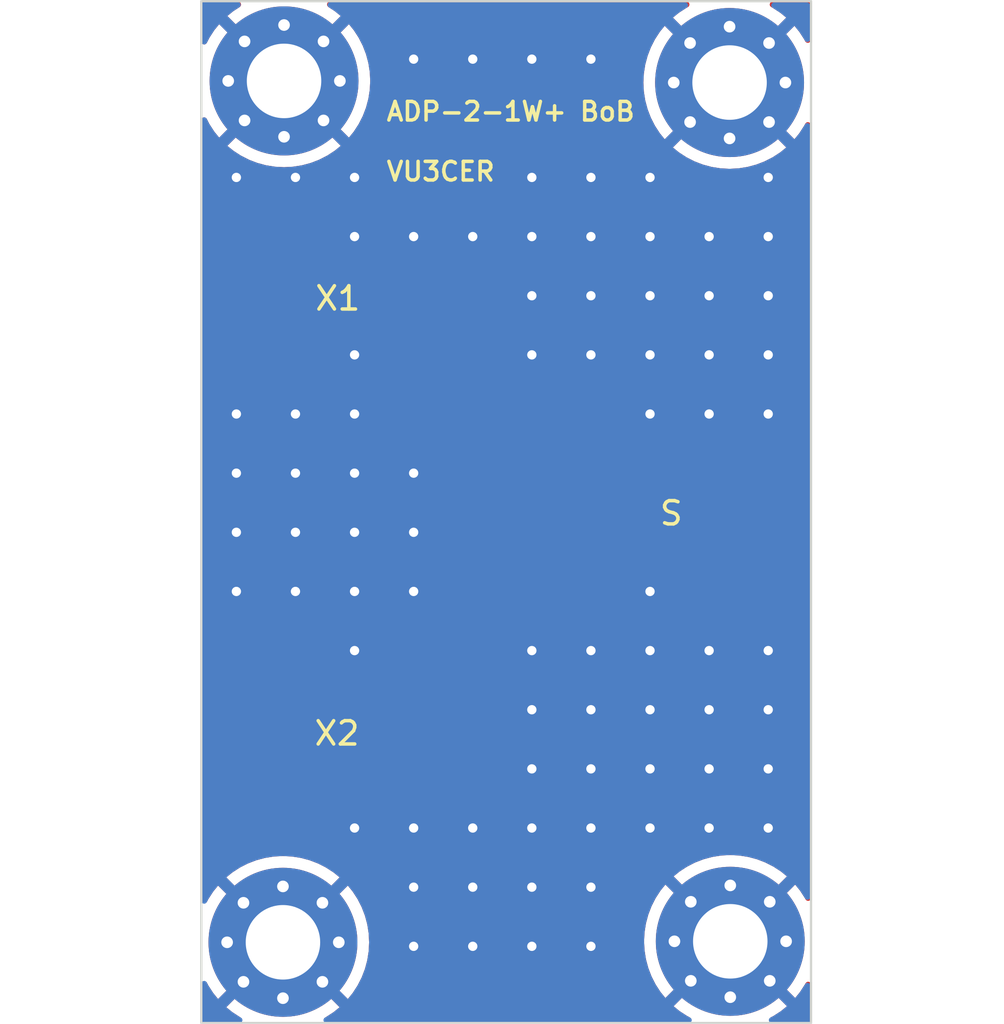
<source format=kicad_pcb>
(kicad_pcb (version 20221018) (generator pcbnew)
  (layers (0 "F.Cu" signal) (31 "B.Cu" signal) (34 "B.Paste" user) (35 "F.Paste" user) (36 "B.SilkS" user "B.Silkscreen") (37 "F.SilkS" user "F.Silkscreen") (38 "B.Mask" user) (39 "F.Mask" user) (44 "Edge.Cuts" user))
  (net 0 "")
  (net 1 "GND")
  (net 2 "Net-(SMA3-In)")
  (net 3 "Net-(SMA2-In)")
  (net 4 "Net-(SMA1-In)")
  (footprint "footprints:SMA_EDGELAUNCH_Modded" (layer "F.Cu") (at 110.52 105.7 180)
    (fp_text reference "SMA3" hide)
    (fp_text value "S" (at 4.42 -0.02) (layer "F.SilkS") (effects (justify right)))
    (pad "1" smd rect (at 2.032 0 270) (size 1.27 4.064) (layers "F.Cu" "F.Mask") (net 2 "Net-(SMA3-In)"))
    (pad "2" smd rect (at 2.032 -2.54 270) (size 1.524 4.064) (layers "F.Cu" "F.Mask") (net 1 "GND"))
    (pad "2" smd rect (at 2.032 2.54 270) (size 1.524 4.064) (layers "F.Cu" "F.Mask") (net 1 "GND"))
  )
  (footprint "footprints:SMA_EDGELAUNCH_Modded" (layer "F.Cu") (at 85.99 96.45)
    (fp_text reference "SMA1" hide)
    (fp_text value "X1" (at 6.25 0.04 180) (layer "F.SilkS") (effects (justify right)))
    (pad "1" smd rect (at 2.032 0 90) (size 1.27 4.064) (layers "F.Cu" "F.Mask") (net 4 "Net-(SMA1-In)"))
    (pad "2" smd rect (at 2.032 -2.54 90) (size 1.524 4.064) (layers "F.Cu" "F.Mask") (net 1 "GND"))
    (pad "2" smd rect (at 2.032 2.54 90) (size 1.524 4.064) (layers "F.Cu" "F.Mask") (net 1 "GND"))
  )
  (footprint "footprints:MC-CDXXX-Modded" (layer "F.Cu") (at 100.22 105.69 -90)
    (fp_text reference "U1" hide)
    (fp_text value "ADP-2-1W+" hide)
    (pad "1" smd rect (at -2.54 -2.54 270) (size 2.54 1.651) (layers "F.Cu" "F.Paste" "F.Mask") (net 2 "Net-(SMA3-In)"))
    (pad "2" smd rect (at -2.54 0 270) (size 2.54 1.651) (layers "F.Cu" "F.Paste" "F.Mask"))
    (pad "3" smd rect (at -2.54 2.54 270) (size 2.54 1.651) (layers "F.Cu" "F.Paste" "F.Mask") (net 4 "Net-(SMA1-In)"))
    (pad "4" smd rect (at 2.54 2.54 270) (size 2.54 1.651) (layers "F.Cu" "F.Paste" "F.Mask") (net 3 "Net-(SMA2-In)"))
    (pad "5" smd rect (at 2.54 0 270) (size 2.54 1.651) (layers "F.Cu" "F.Paste" "F.Mask"))
    (pad "6" smd rect (at 2.54 -2.54 270) (size 2.54 1.651) (layers "F.Cu" "F.Paste" "F.Mask") (net 1 "GND"))
  )
  (footprint "MountingHole:MountingHole_3.2mm_M3_Pad_Via" (layer "F.Cu") (at 88.88 87.15)
    (fp_text reference "H1" hide)
    (fp_text value "MountingHole_Pad" hide)
    (pad "1" thru_hole circle (at -2.4 0) (size 0.8 0.8) (drill 0.5) (layers "*.Cu" "*.Mask") (net 1 "GND"))
    (pad "1" thru_hole circle (at -1.697056 -1.697056) (size 0.8 0.8) (drill 0.5) (layers "*.Cu" "*.Mask") (net 1 "GND"))
    (pad "1" thru_hole circle (at -1.697056 1.697056) (size 0.8 0.8) (drill 0.5) (layers "*.Cu" "*.Mask") (net 1 "GND"))
    (pad "1" thru_hole circle (at 0 -2.4) (size 0.8 0.8) (drill 0.5) (layers "*.Cu" "*.Mask") (net 1 "GND"))
    (pad "1" thru_hole circle (at 0 0) (size 6.4 6.4) (drill 3.2) (layers "*.Cu" "*.Mask") (net 1 "GND"))
    (pad "1" thru_hole circle (at 0 2.4) (size 0.8 0.8) (drill 0.5) (layers "*.Cu" "*.Mask") (net 1 "GND"))
    (pad "1" thru_hole circle (at 1.697056 -1.697056) (size 0.8 0.8) (drill 0.5) (layers "*.Cu" "*.Mask") (net 1 "GND"))
    (pad "1" thru_hole circle (at 1.697056 1.697056) (size 0.8 0.8) (drill 0.5) (layers "*.Cu" "*.Mask") (net 1 "GND"))
    (pad "1" thru_hole circle (at 2.4 0) (size 0.8 0.8) (drill 0.5) (layers "*.Cu" "*.Mask") (net 1 "GND"))
  )
  (footprint "footprints:SMA_EDGELAUNCH_Modded" (layer "F.Cu") (at 85.98 115.12)
    (fp_text reference "SMA2" hide)
    (fp_text value "X2" (at 6.22745 0.05) (layer "F.SilkS") (effects (justify right)))
    (pad "1" smd rect (at 2.032 0 90) (size 1.27 4.064) (layers "F.Cu" "F.Mask") (net 3 "Net-(SMA2-In)"))
    (pad "2" smd rect (at 2.032 -2.54 90) (size 1.524 4.064) (layers "F.Cu" "F.Mask") (net 1 "GND"))
    (pad "2" smd rect (at 2.032 2.54 90) (size 1.524 4.064) (layers "F.Cu" "F.Mask") (net 1 "GND"))
  )
  (footprint "MountingHole:MountingHole_3.2mm_M3_Pad_Via" (layer "F.Cu") (at 108.03 87.22)
    (fp_text reference "H2" hide)
    (fp_text value "MountingHole_Pad" hide)
    (pad "1" thru_hole circle (at -2.4 0) (size 0.8 0.8) (drill 0.5) (layers "*.Cu" "*.Mask") (net 1 "GND"))
    (pad "1" thru_hole circle (at -1.697056 -1.697056) (size 0.8 0.8) (drill 0.5) (layers "*.Cu" "*.Mask") (net 1 "GND"))
    (pad "1" thru_hole circle (at -1.697056 1.697056) (size 0.8 0.8) (drill 0.5) (layers "*.Cu" "*.Mask") (net 1 "GND"))
    (pad "1" thru_hole circle (at 0 -2.4) (size 0.8 0.8) (drill 0.5) (layers "*.Cu" "*.Mask") (net 1 "GND"))
    (pad "1" thru_hole circle (at 0 0) (size 6.4 6.4) (drill 3.2) (layers "*.Cu" "*.Mask") (net 1 "GND"))
    (pad "1" thru_hole circle (at 0 2.4) (size 0.8 0.8) (drill 0.5) (layers "*.Cu" "*.Mask") (net 1 "GND"))
    (pad "1" thru_hole circle (at 1.697056 -1.697056) (size 0.8 0.8) (drill 0.5) (layers "*.Cu" "*.Mask") (net 1 "GND"))
    (pad "1" thru_hole circle (at 1.697056 1.697056) (size 0.8 0.8) (drill 0.5) (layers "*.Cu" "*.Mask") (net 1 "GND"))
    (pad "1" thru_hole circle (at 2.4 0) (size 0.8 0.8) (drill 0.5) (layers "*.Cu" "*.Mask") (net 1 "GND"))
  )
  (footprint "MountingHole:MountingHole_3.2mm_M3_Pad_Via" (layer "F.Cu") (at 88.832944 124.142944)
    (fp_text reference "H3" hide)
    (fp_text value "MountingHole_Pad" hide)
    (pad "1" thru_hole circle (at -2.4 0) (size 0.8 0.8) (drill 0.5) (layers "*.Cu" "*.Mask") (net 1 "GND"))
    (pad "1" thru_hole circle (at -1.697056 -1.697056) (size 0.8 0.8) (drill 0.5) (layers "*.Cu" "*.Mask") (net 1 "GND"))
    (pad "1" thru_hole circle (at -1.697056 1.697056) (size 0.8 0.8) (drill 0.5) (layers "*.Cu" "*.Mask") (net 1 "GND"))
    (pad "1" thru_hole circle (at 0 -2.4) (size 0.8 0.8) (drill 0.5) (layers "*.Cu" "*.Mask") (net 1 "GND"))
    (pad "1" thru_hole circle (at 0 0) (size 6.4 6.4) (drill 3.2) (layers "*.Cu" "*.Mask") (net 1 "GND"))
    (pad "1" thru_hole circle (at 0 2.4) (size 0.8 0.8) (drill 0.5) (layers "*.Cu" "*.Mask") (net 1 "GND"))
    (pad "1" thru_hole circle (at 1.697056 -1.697056) (size 0.8 0.8) (drill 0.5) (layers "*.Cu" "*.Mask") (net 1 "GND"))
    (pad "1" thru_hole circle (at 1.697056 1.697056) (size 0.8 0.8) (drill 0.5) (layers "*.Cu" "*.Mask") (net 1 "GND"))
    (pad "1" thru_hole circle (at 2.4 0) (size 0.8 0.8) (drill 0.5) (layers "*.Cu" "*.Mask") (net 1 "GND"))
  )
  (footprint "MountingHole:MountingHole_3.2mm_M3_Pad_Via" (layer "F.Cu") (at 108.06 124.1)
    (fp_text reference "H4" hide)
    (fp_text value "MountingHole_Pad" hide)
    (pad "1" thru_hole circle (at -2.4 0) (size 0.8 0.8) (drill 0.5) (layers "*.Cu" "*.Mask") (net 1 "GND"))
    (pad "1" thru_hole circle (at -1.697056 -1.697056) (size 0.8 0.8) (drill 0.5) (layers "*.Cu" "*.Mask") (net 1 "GND"))
    (pad "1" thru_hole circle (at -1.697056 1.697056) (size 0.8 0.8) (drill 0.5) (layers "*.Cu" "*.Mask") (net 1 "GND"))
    (pad "1" thru_hole circle (at 0 -2.4) (size 0.8 0.8) (drill 0.5) (layers "*.Cu" "*.Mask") (net 1 "GND"))
    (pad "1" thru_hole circle (at 0 0) (size 6.4 6.4) (drill 3.2) (layers "*.Cu" "*.Mask") (net 1 "GND"))
    (pad "1" thru_hole circle (at 0 2.4) (size 0.8 0.8) (drill 0.5) (layers "*.Cu" "*.Mask") (net 1 "GND"))
    (pad "1" thru_hole circle (at 1.697056 -1.697056) (size 0.8 0.8) (drill 0.5) (layers "*.Cu" "*.Mask") (net 1 "GND"))
    (pad "1" thru_hole circle (at 1.697056 1.697056) (size 0.8 0.8) (drill 0.5) (layers "*.Cu" "*.Mask") (net 1 "GND"))
    (pad "1" thru_hole circle (at 2.4 0) (size 0.8 0.8) (drill 0.5) (layers "*.Cu" "*.Mask") (net 1 "GND"))
  )
  (gr_rect (start 85.3234 83.725) (end 111.53 127.61) (stroke (width 0.1)) (fill none) (layer "Edge.Cuts"))
  (gr_text "ADP-2-1W+ BoB\n\nVU3CER" (at 93.21 91.51) (layer "F.SilkS") (effects (font (size 0.8 0.8)) (justify left bottom)))
  (via (at 107.1509 114.155) (size 0.8) (drill 0.4) (layers "F.Cu" "B.Cu") (net 1))
  (via (at 99.5309 96.375) (size 0.8) (drill 0.4) (layers "F.Cu" "B.Cu") (net 1))
  (via (at 102.0709 96.375) (size 0.8) (drill 0.4) (layers "F.Cu" "B.Cu") (net 1))
  (via (at 99.5309 114.155) (size 0.8) (drill 0.4) (layers "F.Cu" "B.Cu") (net 1))
  (via (at 107.1509 119.235) (size 0.8) (drill 0.4) (layers "F.Cu" "B.Cu") (net 1))
  (via (at 102.0709 111.615) (size 0.8) (drill 0.4) (layers "F.Cu" "B.Cu") (net 1))
  (via (at 94.4509 109.075) (size 0.8) (drill 0.4) (layers "F.Cu" "B.Cu") (net 1))
  (via (at 107.1509 98.915) (size 0.8) (drill 0.4) (layers "F.Cu" "B.Cu") (net 1))
  (via (at 107.1509 101.455) (size 0.8) (drill 0.4) (layers "F.Cu" "B.Cu") (net 1))
  (via (at 91.9109 111.615) (size 0.8) (drill 0.4) (layers "F.Cu" "B.Cu") (net 1))
  (via (at 109.6909 91.295) (size 0.8) (drill 0.4) (layers "F.Cu" "B.Cu") (net 1))
  (via (at 91.9109 119.235) (size 0.8) (drill 0.4) (layers "F.Cu" "B.Cu") (net 1))
  (via (at 109.6909 93.835) (size 0.8) (drill 0.4) (layers "F.Cu" "B.Cu") (net 1))
  (via (at 96.9909 86.215) (size 0.8) (drill 0.4) (layers "F.Cu" "B.Cu") (net 1))
  (via (at 109.6909 119.235) (size 0.8) (drill 0.4) (layers "F.Cu" "B.Cu") (net 1))
  (via (at 86.8309 91.295) (size 0.8) (drill 0.4) (layers "F.Cu" "B.Cu") (net 1))
  (via (at 99.5309 91.295) (size 0.8) (drill 0.4) (layers "F.Cu" "B.Cu") (net 1))
  (via (at 94.4509 103.995) (size 0.8) (drill 0.4) (layers "F.Cu" "B.Cu") (net 1))
  (via (at 96.9909 121.775) (size 0.8) (drill 0.4) (layers "F.Cu" "B.Cu") (net 1))
  (via (at 109.6909 101.455) (size 0.8) (drill 0.4) (layers "F.Cu" "B.Cu") (net 1))
  (via (at 91.9109 101.455) (size 0.8) (drill 0.4) (layers "F.Cu" "B.Cu") (net 1))
  (via (at 104.6109 96.375) (size 0.8) (drill 0.4) (layers "F.Cu" "B.Cu") (net 1))
  (via (at 91.9109 98.915) (size 0.8) (drill 0.4) (layers "F.Cu" "B.Cu") (net 1))
  (via (at 89.3709 103.995) (size 0.8) (drill 0.4) (layers "F.Cu" "B.Cu") (net 1))
  (via (at 102.0709 114.155) (size 0.8) (drill 0.4) (layers "F.Cu" "B.Cu") (net 1))
  (via (at 104.6109 91.295) (size 0.8) (drill 0.4) (layers "F.Cu" "B.Cu") (net 1))
  (via (at 91.9109 93.835) (size 0.8) (drill 0.4) (layers "F.Cu" "B.Cu") (net 1))
  (via (at 107.1509 96.375) (size 0.8) (drill 0.4) (layers "F.Cu" "B.Cu") (net 1))
  (via (at 91.9109 103.995) (size 0.8) (drill 0.4) (layers "F.Cu" "B.Cu") (net 1))
  (via (at 102.0709 121.775) (size 0.8) (drill 0.4) (layers "F.Cu" "B.Cu") (net 1))
  (via (at 109.6909 111.615) (size 0.8) (drill 0.4) (layers "F.Cu" "B.Cu") (net 1))
  (via (at 109.6909 96.375) (size 0.8) (drill 0.4) (layers "F.Cu" "B.Cu") (net 1))
  (via (at 86.8309 103.995) (size 0.8) (drill 0.4) (layers "F.Cu" "B.Cu") (net 1))
  (via (at 104.6109 116.695) (size 0.8) (drill 0.4) (layers "F.Cu" "B.Cu") (net 1))
  (via (at 99.5309 93.835) (size 0.8) (drill 0.4) (layers "F.Cu" "B.Cu") (net 1))
  (via (at 96.9909 119.235) (size 0.8) (drill 0.4) (layers "F.Cu" "B.Cu") (net 1))
  (via (at 94.4509 106.535) (size 0.8) (drill 0.4) (layers "F.Cu" "B.Cu") (net 1))
  (via (at 94.4509 93.835) (size 0.8) (drill 0.4) (layers "F.Cu" "B.Cu") (net 1))
  (via (at 91.9109 109.075) (size 0.8) (drill 0.4) (layers "F.Cu" "B.Cu") (net 1))
  (via (at 104.6109 119.235) (size 0.8) (drill 0.4) (layers "F.Cu" "B.Cu") (net 1))
  (via (at 102.0709 119.235) (size 0.8) (drill 0.4) (layers "F.Cu" "B.Cu") (net 1))
  (via (at 89.3709 109.075) (size 0.8) (drill 0.4) (layers "F.Cu" "B.Cu") (net 1))
  (via (at 96.9909 124.315) (size 0.8) (drill 0.4) (layers "F.Cu" "B.Cu") (net 1))
  (via (at 102.0709 116.695) (size 0.8) (drill 0.4) (layers "F.Cu" "B.Cu") (net 1))
  (via (at 104.6109 114.155) (size 0.8) (drill 0.4) (layers "F.Cu" "B.Cu") (net 1))
  (via (at 89.3709 91.295) (size 0.8) (drill 0.4) (layers "F.Cu" "B.Cu") (net 1))
  (via (at 104.6109 111.615) (size 0.8) (drill 0.4) (layers "F.Cu" "B.Cu") (net 1))
  (via (at 102.0709 124.315) (size 0.8) (drill 0.4) (layers "F.Cu" "B.Cu") (net 1))
  (via (at 89.3709 101.455) (size 0.8) (drill 0.4) (layers "F.Cu" "B.Cu") (net 1))
  (via (at 104.6109 98.915) (size 0.8) (drill 0.4) (layers "F.Cu" "B.Cu") (net 1))
  (via (at 89.3709 106.535) (size 0.8) (drill 0.4) (layers "F.Cu" "B.Cu") (net 1))
  (via (at 86.8309 101.455) (size 0.8) (drill 0.4) (layers "F.Cu" "B.Cu") (net 1))
  (via (at 91.9109 91.295) (size 0.8) (drill 0.4) (layers "F.Cu" "B.Cu") (net 1))
  (via (at 104.6109 93.835) (size 0.8) (drill 0.4) (layers "F.Cu" "B.Cu") (net 1))
  (via (at 94.4509 124.315) (size 0.8) (drill 0.4) (layers "F.Cu" "B.Cu") (net 1))
  (via (at 86.8309 109.075) (size 0.8) (drill 0.4) (layers "F.Cu" "B.Cu") (net 1))
  (via (at 99.5309 98.915) (size 0.8) (drill 0.4) (layers "F.Cu" "B.Cu") (net 1))
  (via (at 107.1509 93.835) (size 0.8) (drill 0.4) (layers "F.Cu" "B.Cu") (net 1))
  (via (at 104.6109 109.075) (size 0.8) (drill 0.4) (layers "F.Cu" "B.Cu") (net 1))
  (via (at 109.6909 114.155) (size 0.8) (drill 0.4) (layers "F.Cu" "B.Cu") (net 1))
  (via (at 94.4509 86.215) (size 0.8) (drill 0.4) (layers "F.Cu" "B.Cu") (net 1))
  (via (at 99.5309 116.695) (size 0.8) (drill 0.4) (layers "F.Cu" "B.Cu") (net 1))
  (via (at 94.4509 121.775) (size 0.8) (drill 0.4) (layers "F.Cu" "B.Cu") (net 1))
  (via (at 102.0709 91.295) (size 0.8) (drill 0.4) (layers "F.Cu" "B.Cu") (net 1))
  (via (at 104.6109 101.455) (size 0.8) (drill 0.4) (layers "F.Cu" "B.Cu") (net 1))
  (via (at 109.6909 98.915) (size 0.8) (drill 0.4) (layers "F.Cu" "B.Cu") (net 1))
  (via (at 99.5309 119.235) (size 0.8) (drill 0.4) (layers "F.Cu" "B.Cu") (net 1))
  (via (at 94.4509 119.235) (size 0.8) (drill 0.4) (layers "F.Cu" "B.Cu") (net 1))
  (via (at 109.6909 116.695) (size 0.8) (drill 0.4) (layers "F.Cu" "B.Cu") (net 1))
  (via (at 107.1509 116.695) (size 0.8) (drill 0.4) (layers "F.Cu" "B.Cu") (net 1))
  (via (at 99.5309 111.615) (size 0.8) (drill 0.4) (layers "F.Cu" "B.Cu") (net 1))
  (via (at 86.8309 106.535) (size 0.8) (drill 0.4) (layers "F.Cu" "B.Cu") (net 1))
  (via (at 102.0709 93.835) (size 0.8) (drill 0.4) (layers "F.Cu" "B.Cu") (net 1))
  (via (at 91.9109 106.535) (size 0.8) (drill 0.4) (layers "F.Cu" "B.Cu") (net 1))
  (via (at 99.5309 121.775) (size 0.8) (drill 0.4) (layers "F.Cu" "B.Cu") (net 1))
  (via (at 96.9909 93.835) (size 0.8) (drill 0.4) (layers "F.Cu" "B.Cu") (net 1))
  (via (at 102.0709 86.215) (size 0.8) (drill 0.4) (layers "F.Cu" "B.Cu") (net 1))
  (via (at 102.0709 98.915) (size 0.8) (drill 0.4) (layers "F.Cu" "B.Cu") (net 1))
  (via (at 99.5309 124.315) (size 0.8) (drill 0.4) (layers "F.Cu" "B.Cu") (net 1))
  (via (at 107.1509 111.615) (size 0.8) (drill 0.4) (layers "F.Cu" "B.Cu") (net 1))
  (via (at 99.5309 86.215) (size 0.8) (drill 0.4) (layers "F.Cu" "B.Cu") (net 1))
  (segment (start 108.488 105.7) (end 105.724214 105.7) (width 1.5) (layer "F.Cu") (net 2))
  (segment (start 105.017107 105.407107) (end 102.76 103.15) (width 1.5) (layer "F.Cu") (net 2))
  (arc (start 105.017107 105.407107) (mid 105.34153 105.62388) (end 105.724214 105.7) (width 1.5) (layer "F.Cu") (net 2))
  (segment (start 95.525786 115.12) (end 88.012 115.12) (width 1.5) (layer "F.Cu") (net 3))
  (segment (start 96.80132 114.25868) (end 96.232893 114.827107) (width 1.5) (layer "F.Cu") (net 3))
  (segment (start 97.68 108.23) (end 97.68 112.137359) (width 1.5) (layer "F.Cu") (net 3))
  (arc (start 97.68 112.137359) (mid 97.451638 113.28541) (end 96.80132 114.25868) (width 1.5) (layer "F.Cu") (net 3))
  (arc (start 96.232893 114.827107) (mid 95.90847 115.04388) (end 95.525786 115.12) (width 1.5) (layer "F.Cu") (net 3))
  (segment (start 97.68 103.15) (end 97.68 99.192641) (width 1.5) (layer "F.Cu") (net 4))
  (segment (start 96.80132 97.07132) (end 96.472893 96.742893) (width 1.5) (layer "F.Cu") (net 4))
  (segment (start 95.765786 96.45) (end 88.022 96.45) (width 1.5) (layer "F.Cu") (net 4))
  (arc (start 96.472893 96.742893) (mid 96.14847 96.52612) (end 95.765786 96.45) (width 1.5) (layer "F.Cu") (net 4))
  (arc (start 97.68 99.192641) (mid 97.451638 98.04459) (end 96.80132 97.07132) (width 1.5) (layer "F.Cu") (net 4))
  (zone (net 1) (net_name "GND") (layer "F.Cu") (priority 1) (connect_pads (clearance 0.5)) (min_thickness 0.25) (fill yes (thermal_gap 0.5) (thermal_bridge_width 0.5))
    (polygon (pts (xy 85.315 83.745) (xy 111.515 83.745) (xy 111.535 127.59) (xy 85.335 127.59)))
  )
  (zone (net 1) (net_name "GND") (layer "B.Cu") (connect_pads (clearance 0.5)) (min_thickness 0.25) (fill yes (thermal_gap 0.5) (thermal_bridge_width 0.5))
    (polygon (pts (xy 85.295 83.755) (xy 111.495 83.78) (xy 111.505 127.62) (xy 85.305 127.62)))
  )
)
</source>
